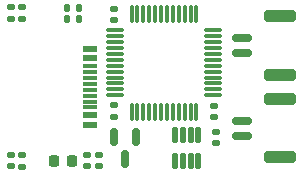
<source format=gbr>
%TF.GenerationSoftware,KiCad,Pcbnew,(6.0.8)*%
%TF.CreationDate,2022-11-02T12:38:53+08:00*%
%TF.ProjectId,usb2can_pcb,75736232-6361-46e5-9f70-63622e6b6963,rev?*%
%TF.SameCoordinates,Original*%
%TF.FileFunction,Paste,Top*%
%TF.FilePolarity,Positive*%
%FSLAX46Y46*%
G04 Gerber Fmt 4.6, Leading zero omitted, Abs format (unit mm)*
G04 Created by KiCad (PCBNEW (6.0.8)) date 2022-11-02 12:38:53*
%MOMM*%
%LPD*%
G01*
G04 APERTURE LIST*
G04 Aperture macros list*
%AMRoundRect*
0 Rectangle with rounded corners*
0 $1 Rounding radius*
0 $2 $3 $4 $5 $6 $7 $8 $9 X,Y pos of 4 corners*
0 Add a 4 corners polygon primitive as box body*
4,1,4,$2,$3,$4,$5,$6,$7,$8,$9,$2,$3,0*
0 Add four circle primitives for the rounded corners*
1,1,$1+$1,$2,$3*
1,1,$1+$1,$4,$5*
1,1,$1+$1,$6,$7*
1,1,$1+$1,$8,$9*
0 Add four rect primitives between the rounded corners*
20,1,$1+$1,$2,$3,$4,$5,0*
20,1,$1+$1,$4,$5,$6,$7,0*
20,1,$1+$1,$6,$7,$8,$9,0*
20,1,$1+$1,$8,$9,$2,$3,0*%
G04 Aperture macros list end*
%ADD10RoundRect,0.135000X-0.135000X-0.185000X0.135000X-0.185000X0.135000X0.185000X-0.135000X0.185000X0*%
%ADD11RoundRect,0.140000X0.170000X-0.140000X0.170000X0.140000X-0.170000X0.140000X-0.170000X-0.140000X0*%
%ADD12R,1.160000X0.600000*%
%ADD13R,1.160000X0.300000*%
%ADD14RoundRect,0.150000X0.700000X-0.150000X0.700000X0.150000X-0.700000X0.150000X-0.700000X-0.150000X0*%
%ADD15RoundRect,0.250000X1.100000X-0.250000X1.100000X0.250000X-1.100000X0.250000X-1.100000X-0.250000X0*%
%ADD16RoundRect,0.075000X0.662500X0.075000X-0.662500X0.075000X-0.662500X-0.075000X0.662500X-0.075000X0*%
%ADD17RoundRect,0.075000X0.075000X0.662500X-0.075000X0.662500X-0.075000X-0.662500X0.075000X-0.662500X0*%
%ADD18RoundRect,0.218750X0.218750X0.256250X-0.218750X0.256250X-0.218750X-0.256250X0.218750X-0.256250X0*%
%ADD19RoundRect,0.150000X-0.150000X0.587500X-0.150000X-0.587500X0.150000X-0.587500X0.150000X0.587500X0*%
%ADD20RoundRect,0.140000X-0.170000X0.140000X-0.170000X-0.140000X0.170000X-0.140000X0.170000X0.140000X0*%
%ADD21RoundRect,0.147500X-0.172500X0.147500X-0.172500X-0.147500X0.172500X-0.147500X0.172500X0.147500X0*%
%ADD22RoundRect,0.147500X0.172500X-0.147500X0.172500X0.147500X-0.172500X0.147500X-0.172500X-0.147500X0*%
%ADD23RoundRect,0.135000X0.185000X-0.135000X0.185000X0.135000X-0.185000X0.135000X-0.185000X-0.135000X0*%
%ADD24RoundRect,0.125000X-0.125000X0.537500X-0.125000X-0.537500X0.125000X-0.537500X0.125000X0.537500X0*%
%ADD25RoundRect,0.135000X0.135000X0.185000X-0.135000X0.185000X-0.135000X-0.185000X0.135000X-0.185000X0*%
%ADD26RoundRect,0.135000X-0.185000X0.135000X-0.185000X-0.135000X0.185000X-0.135000X0.185000X0.135000X0*%
G04 APERTURE END LIST*
D10*
%TO.C,R3*%
X45057600Y-54965600D03*
X46077600Y-54965600D03*
%TD*%
D11*
%TO.C,C3*%
X47752000Y-67434400D03*
X47752000Y-66474400D03*
%TD*%
D12*
%TO.C,J1*%
X47010800Y-57506000D03*
X47010800Y-58306000D03*
D13*
X47010800Y-59456000D03*
X47010800Y-60456000D03*
X47010800Y-60956000D03*
X47010800Y-61956000D03*
D12*
X47010800Y-63106000D03*
X47010800Y-63906000D03*
X47010800Y-63906000D03*
X47010800Y-63106000D03*
D13*
X47010800Y-62456000D03*
X47010800Y-61456000D03*
X47010800Y-59956000D03*
X47010800Y-58956000D03*
D12*
X47010800Y-58306000D03*
X47010800Y-57506000D03*
%TD*%
D14*
%TO.C,J2*%
X59872000Y-64836200D03*
X59872000Y-63586200D03*
D15*
X63072000Y-66686200D03*
X63072000Y-61736200D03*
%TD*%
D16*
%TO.C,U2*%
X57451700Y-61424000D03*
X57451700Y-60924000D03*
X57451700Y-60424000D03*
X57451700Y-59924000D03*
X57451700Y-59424000D03*
X57451700Y-58924000D03*
X57451700Y-58424000D03*
X57451700Y-57924000D03*
X57451700Y-57424000D03*
X57451700Y-56924000D03*
X57451700Y-56424000D03*
X57451700Y-55924000D03*
D17*
X56039200Y-54511500D03*
X55539200Y-54511500D03*
X55039200Y-54511500D03*
X54539200Y-54511500D03*
X54039200Y-54511500D03*
X53539200Y-54511500D03*
X53039200Y-54511500D03*
X52539200Y-54511500D03*
X52039200Y-54511500D03*
X51539200Y-54511500D03*
X51039200Y-54511500D03*
X50539200Y-54511500D03*
D16*
X49126700Y-55924000D03*
X49126700Y-56424000D03*
X49126700Y-56924000D03*
X49126700Y-57424000D03*
X49126700Y-57924000D03*
X49126700Y-58424000D03*
X49126700Y-58924000D03*
X49126700Y-59424000D03*
X49126700Y-59924000D03*
X49126700Y-60424000D03*
X49126700Y-60924000D03*
X49126700Y-61424000D03*
D17*
X50539200Y-62836500D03*
X51039200Y-62836500D03*
X51539200Y-62836500D03*
X52039200Y-62836500D03*
X52539200Y-62836500D03*
X53039200Y-62836500D03*
X53539200Y-62836500D03*
X54039200Y-62836500D03*
X54539200Y-62836500D03*
X55039200Y-62836500D03*
X55539200Y-62836500D03*
X56039200Y-62836500D03*
%TD*%
D18*
%TO.C,F1*%
X45542300Y-66954400D03*
X43967300Y-66954400D03*
%TD*%
D19*
%TO.C,U1*%
X50937200Y-64950100D03*
X49037200Y-64950100D03*
X49987200Y-66825100D03*
%TD*%
D20*
%TO.C,C1*%
X49022000Y-54079200D03*
X49022000Y-55039200D03*
%TD*%
D14*
%TO.C,J3*%
X59872000Y-57825800D03*
X59872000Y-56575800D03*
D15*
X63072000Y-54725800D03*
X63072000Y-59675800D03*
%TD*%
D20*
%TO.C,C5*%
X57708800Y-64493200D03*
X57708800Y-65453200D03*
%TD*%
D21*
%TO.C,D2*%
X40335200Y-66469400D03*
X40335200Y-67439400D03*
%TD*%
D22*
%TO.C,D1*%
X40335200Y-54942600D03*
X40335200Y-53972600D03*
%TD*%
D20*
%TO.C,C2*%
X46786800Y-66474400D03*
X46786800Y-67434400D03*
%TD*%
D23*
%TO.C,R4*%
X41300400Y-54967600D03*
X41300400Y-53947600D03*
%TD*%
D24*
%TO.C,U3*%
X56194600Y-64750100D03*
X55544600Y-64750100D03*
X54894600Y-64750100D03*
X54244600Y-64750100D03*
X54244600Y-67025100D03*
X54894600Y-67025100D03*
X55544600Y-67025100D03*
X56194600Y-67025100D03*
%TD*%
D25*
%TO.C,R1*%
X46077600Y-54000400D03*
X45057600Y-54000400D03*
%TD*%
D26*
%TO.C,R5*%
X41300400Y-66444400D03*
X41300400Y-67464400D03*
%TD*%
D20*
%TO.C,C4*%
X57556400Y-62331600D03*
X57556400Y-63291600D03*
%TD*%
D23*
%TO.C,R2*%
X49022000Y-63298800D03*
X49022000Y-62278800D03*
%TD*%
M02*

</source>
